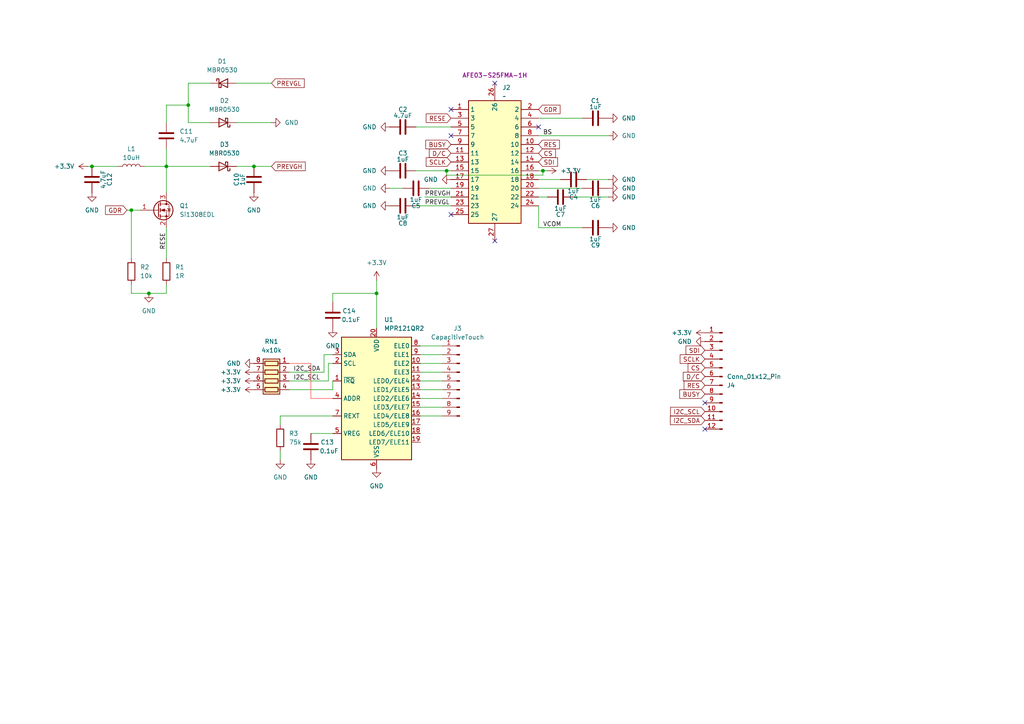
<source format=kicad_sch>
(kicad_sch (version 20231120) (generator "eeschema") (generator_version "8.0")
  (paper "A4")
  (lib_symbols
    (symbol "AFE03-S25FMA-1H:AFE03-S25FMA-1H"
      (property "Reference" "J2" (at 9.8141 3.81 0))
      (property "Value" "~" (at 9.8141 1.27 0))
      (property "Footprint" "AFE03-S25FMA-1H" (at 7.62 7.366 0))
      (symbol "AFE03-S25FMA-1H_1_1"
        (rectangle (start 15.24 0) (end 0 -35.56) (stroke (width 0.254)) (fill (type background)))
        (pin passive line (at -5.08 -2.54 0) (length 5.08) (name "1") (number "1"))
        (pin passive line (at 20.32 -12.7 180) (length 5.08) (name "10") (number "10"))
        (pin passive line (at -5.08 -15.24 0) (length 5.08) (name "11") (number "11"))
        (pin passive line (at 20.32 -15.24 180) (length 5.08) (name "12") (number "12"))
        (pin passive line (at -5.08 -17.78 0) (length 5.08) (name "13") (number "13"))
        (pin passive line (at 20.32 -17.78 180) (length 5.08) (name "14") (number "14"))
        (pin passive line (at -5.08 -20.32 0) (length 5.08) (name "15") (number "15"))
        (pin passive line (at 20.32 -20.32 180) (length 5.08) (name "16") (number "16"))
        (pin passive line (at -5.08 -22.86 0) (length 5.08) (name "17") (number "17"))
        (pin passive line (at 20.32 -22.86 180) (length 5.08) (name "18") (number "18"))
        (pin passive line (at -5.08 -25.4 0) (length 5.08) (name "19") (number "19"))
        (pin passive line (at 20.32 -2.54 180) (length 5.08) (name "2") (number "2"))
        (pin passive line (at 20.32 -25.4 180) (length 5.08) (name "20") (number "20"))
        (pin passive line (at -5.08 -27.94 0) (length 5.08) (name "21") (number "21"))
        (pin passive line (at 20.32 -27.94 180) (length 5.08) (name "22") (number "22"))
        (pin passive line (at -5.08 -30.48 0) (length 5.08) (name "23") (number "23"))
        (pin passive line (at 20.32 -30.48 180) (length 5.08) (name "24") (number "24"))
        (pin passive line (at -5.08 -33.02 0) (length 5.08) (name "25") (number "25"))
        (pin passive line (at 7.62 5.08 270) (length 5.08) (name "26") (number "26"))
        (pin passive line (at 7.62 -40.64 90) (length 5.08) (name "27") (number "27"))
        (pin passive line (at -5.08 -5.08 0) (length 5.08) (name "3") (number "3"))
        (pin passive line (at 20.32 -5.08 180) (length 5.08) (name "4") (number "4"))
        (pin passive line (at -5.08 -7.62 0) (length 5.08) (name "5") (number "5"))
        (pin passive line (at 20.32 -7.62 180) (length 5.08) (name "6") (number "6"))
        (pin passive line (at -5.08 -10.16 0) (length 5.08) (name "7") (number "7"))
        (pin passive line (at 20.32 -10.16 180) (length 5.08) (name "8") (number "8"))
        (pin passive line (at -5.08 -12.7 0) (length 5.08) (name "9") (number "9"))
      )
    )
    (symbol "Connector:Conn_01x09_Pin" (pin_names (offset 1.016) hide)
      (property "Reference" "J" (at 0 12.7 0))
      (property "Value" "Conn_01x09_Pin" (at 0 -12.7 0))
      (symbol "Conn_01x09_Pin_1_1"
        (polyline (pts (xy 1.27 -10.16) (xy 0.8636 -10.16)) (stroke (width 0.1524)))
        (polyline (pts (xy 1.27 -7.62) (xy 0.8636 -7.62)) (stroke (width 0.1524)))
        (polyline (pts (xy 1.27 -5.08) (xy 0.8636 -5.08)) (stroke (width 0.1524)))
        (polyline (pts (xy 1.27 -2.54) (xy 0.8636 -2.54)) (stroke (width 0.1524)))
        (polyline (pts (xy 1.27 0) (xy 0.8636 0)) (stroke (width 0.1524)))
        (polyline (pts (xy 1.27 2.54) (xy 0.8636 2.54)) (stroke (width 0.1524)))
        (polyline (pts (xy 1.27 5.08) (xy 0.8636 5.08)) (stroke (width 0.1524)))
        (polyline (pts (xy 1.27 7.62) (xy 0.8636 7.62)) (stroke (width 0.1524)))
        (polyline (pts (xy 1.27 10.16) (xy 0.8636 10.16)) (stroke (width 0.1524)))
        (rectangle (start 0.8636 -10.033) (end 0 -10.287) (stroke (width 0.1524)) (fill (type outline)))
        (rectangle (start 0.8636 -7.493) (end 0 -7.747) (stroke (width 0.1524)) (fill (type outline)))
        (rectangle (start 0.8636 -4.953) (end 0 -5.207) (stroke (width 0.1524)) (fill (type outline)))
        (rectangle (start 0.8636 -2.413) (end 0 -2.667) (stroke (width 0.1524)) (fill (type outline)))
        (rectangle (start 0.8636 0.127) (end 0 -0.127) (stroke (width 0.1524)) (fill (type outline)))
        (rectangle (start 0.8636 2.667) (end 0 2.413) (stroke (width 0.1524)) (fill (type outline)))
        (rectangle (start 0.8636 5.207) (end 0 4.953) (stroke (width 0.1524)) (fill (type outline)))
        (rectangle (start 0.8636 7.747) (end 0 7.493) (stroke (width 0.1524)) (fill (type outline)))
        (rectangle (start 0.8636 10.287) (end 0 10.033) (stroke (width 0.1524)) (fill (type outline)))
        (pin passive line (at 5.08 10.16 180) (length 3.81) (name "Pin_1") (number "1"))
        (pin passive line (at 5.08 7.62 180) (length 3.81) (name "Pin_2") (number "2"))
        (pin passive line (at 5.08 5.08 180) (length 3.81) (name "Pin_3") (number "3"))
        (pin passive line (at 5.08 2.54 180) (length 3.81) (name "Pin_4") (number "4"))
        (pin passive line (at 5.08 0 180) (length 3.81) (name "Pin_5") (number "5"))
        (pin passive line (at 5.08 -2.54 180) (length 3.81) (name "Pin_6") (number "6"))
        (pin passive line (at 5.08 -5.08 180) (length 3.81) (name "Pin_7") (number "7"))
        (pin passive line (at 5.08 -7.62 180) (length 3.81) (name "Pin_8") (number "8"))
        (pin passive line (at 5.08 -10.16 180) (length 3.81) (name "Pin_9") (number "9"))
      )
    )
    (symbol "Connector:Conn_01x12_Pin" (pin_names (offset 1.016) hide)
      (property "Reference" "J" (at 0 15.24 0))
      (property "Value" "Conn_01x12_Pin" (at 0 -17.78 0))
      (symbol "Conn_01x12_Pin_1_1"
        (polyline (pts (xy 1.27 -15.24) (xy 0.8636 -15.24)) (stroke (width 0.1524)))
        (polyline (pts (xy 1.27 -12.7) (xy 0.8636 -12.7)) (stroke (width 0.1524)))
        (polyline (pts (xy 1.27 -10.16) (xy 0.8636 -10.16)) (stroke (width 0.1524)))
        (polyline (pts (xy 1.27 -7.62) (xy 0.8636 -7.62)) (stroke (width 0.1524)))
        (polyline (pts (xy 1.27 -5.08) (xy 0.8636 -5.08)) (stroke (width 0.1524)))
        (polyline (pts (xy 1.27 -2.54) (xy 0.8636 -2.54)) (stroke (width 0.1524)))
        (polyline (pts (xy 1.27 0) (xy 0.8636 0)) (stroke (width 0.1524)))
        (polyline (pts (xy 1.27 2.54) (xy 0.8636 2.54)) (stroke (width 0.1524)))
        (polyline (pts (xy 1.27 5.08) (xy 0.8636 5.08)) (stroke (width 0.1524)))
        (polyline (pts (xy 1.27 7.62) (xy 0.8636 7.62)) (stroke (width 0.1524)))
        (polyline (pts (xy 1.27 10.16) (xy 0.8636 10.16)) (stroke (width 0.1524)))
        (polyline (pts (xy 1.27 12.7) (xy 0.8636 12.7)) (stroke (width 0.1524)))
        (rectangle (start 0.8636 -15.113) (end 0 -15.367) (stroke (width 0.1524)) (fill (type outline)))
        (rectangle (start 0.8636 -12.573) (end 0 -12.827) (stroke (width 0.1524)) (fill (type outline)))
        (rectangle (start 0.8636 -10.033) (end 0 -10.287) (stroke (width 0.1524)) (fill (type outline)))
        (rectangle (start 0.8636 -7.493) (end 0 -7.747) (stroke (width 0.1524)) (fill (type outline)))
        (rectangle (start 0.8636 -4.953) (end 0 -5.207) (stroke (width 0.1524)) (fill (type outline)))
        (rectangle (start 0.8636 -2.413) (end 0 -2.667) (stroke (width 0.1524)) (fill (type outline)))
        (rectangle (start 0.8636 0.127) (end 0 -0.127) (stroke (width 0.1524)) (fill (type outline)))
        (rectangle (start 0.8636 2.667) (end 0 2.413) (stroke (width 0.1524)) (fill (type outline)))
        (rectangle (start 0.8636 5.207) (end 0 4.953) (stroke (width 0.1524)) (fill (type outline)))
        (rectangle (start 0.8636 7.747) (end 0 7.493) (stroke (width 0.1524)) (fill (type outline)))
        (rectangle (start 0.8636 10.287) (end 0 10.033) (stroke (width 0.1524)) (fill (type outline)))
        (rectangle (start 0.8636 12.827) (end 0 12.573) (stroke (width 0.1524)) (fill (type outline)))
        (pin passive line (at 5.08 12.7 180) (length 3.81) (name "Pin_1") (number "1"))
        (pin passive line (at 5.08 -10.16 180) (length 3.81) (name "Pin_10") (number "10"))
        (pin passive line (at 5.08 -12.7 180) (length 3.81) (name "Pin_11") (number "11"))
        (pin passive line (at 5.08 -15.24 180) (length 3.81) (name "Pin_12") (number "12"))
        (pin passive line (at 5.08 10.16 180) (length 3.81) (name "Pin_2") (number "2"))
        (pin passive line (at 5.08 7.62 180) (length 3.81) (name "Pin_3") (number "3"))
        (pin passive line (at 5.08 5.08 180) (length 3.81) (name "Pin_4") (number "4"))
        (pin passive line (at 5.08 2.54 180) (length 3.81) (name "Pin_5") (number "5"))
        (pin passive line (at 5.08 0 180) (length 3.81) (name "Pin_6") (number "6"))
        (pin passive line (at 5.08 -2.54 180) (length 3.81) (name "Pin_7") (number "7"))
        (pin passive line (at 5.08 -5.08 180) (length 3.81) (name "Pin_8") (number "8"))
        (pin passive line (at 5.08 -7.62 180) (length 3.81) (name "Pin_9") (number "9"))
      )
    )
    (symbol "Device:C" (pin_numbers hide) (pin_names (offset 0.254))
      (property "Reference" "C" (at 0.635 2.54 0))
      (property "Value" "C" (at 0.635 -2.54 0))
      (symbol "C_0_1"
        (polyline (pts (xy -2.032 -0.762) (xy 2.032 -0.762)) (stroke (width 0.508)))
        (polyline (pts (xy -2.032 0.762) (xy 2.032 0.762)) (stroke (width 0.508)))
      )
      (symbol "C_1_1"
        (pin passive line (at 0 3.81 270) (length 2.794) (name "~") (number "1"))
        (pin passive line (at 0 -3.81 90) (length 2.794) (name "~") (number "2"))
      )
    )
    (symbol "Device:L" (pin_numbers hide) (pin_names (offset 1.016) hide)
      (property "Reference" "L" (at -1.27 0 90))
      (property "Value" "L" (at 1.905 0 90))
      (symbol "L_0_1"
        (arc (start 0 -2.54) (mid 0.6323 -1.905) (end 0 -1.27))
        (arc (start 0 -1.27) (mid 0.6323 -0.635) (end 0 0))
        (arc (start 0 0) (mid 0.6323 0.635) (end 0 1.27))
        (arc (start 0 1.27) (mid 0.6323 1.905) (end 0 2.54))
      )
      (symbol "L_1_1"
        (pin passive line (at 0 3.81 270) (length 1.27) (name "1") (number "1"))
        (pin passive line (at 0 -3.81 90) (length 1.27) (name "2") (number "2"))
      )
    )
    (symbol "Device:R" (pin_numbers hide) (pin_names (offset 0))
      (property "Reference" "R" (at 2.032 0 90))
      (property "Value" "R" (at 0 0 90))
      (symbol "R_0_1"
        (rectangle (start -1.016 -2.54) (end 1.016 2.54) (stroke (width 0.254)))
      )
      (symbol "R_1_1"
        (pin passive line (at 0 3.81 270) (length 1.27) (name "~") (number "1"))
        (pin passive line (at 0 -3.81 90) (length 1.27) (name "~") (number "2"))
      )
    )
    (symbol "Device:R_Pack04" (pin_names (offset 0) hide)
      (property "Reference" "RN" (at -7.62 0 90))
      (property "Value" "R_Pack04" (at 5.08 0 90))
      (symbol "R_Pack04_0_1"
        (rectangle (start -6.35 -2.413) (end 3.81 2.413) (stroke (width 0.254)) (fill (type background)))
        (rectangle (start -5.715 1.905) (end -4.445 -1.905) (stroke (width 0.254)))
        (rectangle (start -3.175 1.905) (end -1.905 -1.905) (stroke (width 0.254)))
        (rectangle (start -0.635 1.905) (end 0.635 -1.905) (stroke (width 0.254)))
        (polyline (pts (xy -5.08 -2.54) (xy -5.08 -1.905)))
        (polyline (pts (xy -5.08 1.905) (xy -5.08 2.54)))
        (polyline (pts (xy -2.54 -2.54) (xy -2.54 -1.905)))
        (polyline (pts (xy -2.54 1.905) (xy -2.54 2.54)))
        (polyline (pts (xy 0 -2.54) (xy 0 -1.905)))
        (polyline (pts (xy 0 1.905) (xy 0 2.54)))
        (polyline (pts (xy 2.54 -2.54) (xy 2.54 -1.905)))
        (polyline (pts (xy 2.54 1.905) (xy 2.54 2.54)))
        (rectangle (start 1.905 1.905) (end 3.175 -1.905) (stroke (width 0.254)))
      )
      (symbol "R_Pack04_1_1"
        (pin passive line (at -5.08 -5.08 90) (length 2.54) (name "R1.1") (number "1"))
        (pin passive line (at -2.54 -5.08 90) (length 2.54) (name "R2.1") (number "2"))
        (pin passive line (at 0 -5.08 90) (length 2.54) (name "R3.1") (number "3"))
        (pin passive line (at 2.54 -5.08 90) (length 2.54) (name "R4.1") (number "4"))
        (pin passive line (at 2.54 5.08 270) (length 2.54) (name "R4.2") (number "5"))
        (pin passive line (at 0 5.08 270) (length 2.54) (name "R3.2") (number "6"))
        (pin passive line (at -2.54 5.08 270) (length 2.54) (name "R2.2") (number "7"))
        (pin passive line (at -5.08 5.08 270) (length 2.54) (name "R1.2") (number "8"))
      )
    )
    (symbol "Diode:MBR0530" (pin_numbers hide) (pin_names (offset 1.016) hide)
      (property "Reference" "D" (at 0 2.54 0))
      (property "Value" "MBR0530" (at 0 -2.54 0))
      (symbol "MBR0530_0_1"
        (polyline (pts (xy 1.27 0) (xy -1.27 0)))
        (polyline (pts (xy 1.27 1.27) (xy 1.27 -1.27) (xy -1.27 0) (xy 1.27 1.27)) (stroke (width 0.254)))
        (polyline (pts (xy -1.905 0.635) (xy -1.905 1.27) (xy -1.27 1.27) (xy -1.27 -1.27) (xy -0.635 -1.27) (xy -0.635 -0.635)) (stroke (width 0.254)))
      )
      (symbol "MBR0530_1_1"
        (pin passive line (at -3.81 0 0) (length 2.54) (name "K") (number "1"))
        (pin passive line (at 3.81 0 180) (length 2.54) (name "A") (number "2"))
      )
    )
    (symbol "Sensor_Touch:MPR121QR2"
      (property "Reference" "U" (at -10.16 19.05 0))
      (property "Value" "MPR121QR2" (at 6.35 19.05 0))
      (symbol "MPR121QR2_0_1"
        (rectangle (start -10.16 17.78) (end 10.16 -17.78) (stroke (width 0.254)) (fill (type background)))
      )
      (symbol "MPR121QR2_1_1"
        (pin open_collector line (at -12.7 5.08 0) (length 2.54) (name "~{IRQ}") (number "1"))
        (pin passive line (at 12.7 10.16 180) (length 2.54) (name "ELE2") (number "10"))
        (pin passive line (at 12.7 7.62 180) (length 2.54) (name "ELE3") (number "11"))
        (pin passive line (at 12.7 5.08 180) (length 2.54) (name "LED0/ELE4") (number "12"))
        (pin passive line (at 12.7 2.54 180) (length 2.54) (name "LED1/ELE5") (number "13"))
        (pin passive line (at 12.7 0 180) (length 2.54) (name "LED2/ELE6") (number "14"))
        (pin passive line (at 12.7 -2.54 180) (length 2.54) (name "LED3/ELE7") (number "15"))
        (pin passive line (at 12.7 -5.08 180) (length 2.54) (name "LED4/ELE8") (number "16"))
        (pin passive line (at 12.7 -7.62 180) (length 2.54) (name "LED5/ELE9") (number "17"))
        (pin passive line (at 12.7 -10.16 180) (length 2.54) (name "LED6/ELE10") (number "18"))
        (pin passive line (at 12.7 -12.7 180) (length 2.54) (name "LED7/ELE11") (number "19"))
        (pin input line (at -12.7 10.16 0) (length 2.54) (name "SCL") (number "2"))
        (pin power_in line (at 0 20.32 270) (length 2.54) (name "VDD") (number "20"))
        (pin bidirectional line (at -12.7 12.7 0) (length 2.54) (name "SDA") (number "3"))
        (pin input line (at -12.7 0 0) (length 2.54) (name "ADDR") (number "4"))
        (pin passive line (at -12.7 -10.16 0) (length 2.54) (name "VREG") (number "5"))
        (pin power_in line (at 0 -20.32 90) (length 2.54) (name "VSS") (number "6"))
        (pin passive line (at -12.7 -5.08 0) (length 2.54) (name "REXT") (number "7"))
        (pin passive line (at 12.7 15.24 180) (length 2.54) (name "ELE0") (number "8"))
        (pin passive line (at 12.7 12.7 180) (length 2.54) (name "ELE1") (number "9"))
      )
    )
    (symbol "Transistor_FET:Si1308EDL" (pin_names hide)
      (property "Reference" "Q" (at 5.08 1.905 0))
      (property "Value" "Si1308EDL" (at 5.08 0 0))
      (symbol "Si1308EDL_0_1"
        (polyline (pts (xy 0.254 0) (xy -2.54 0)))
        (polyline (pts (xy 0.254 1.905) (xy 0.254 -1.905)) (stroke (width 0.254)))
        (polyline (pts (xy 0.762 -1.27) (xy 0.762 -2.286)) (stroke (width 0.254)))
        (polyline (pts (xy 0.762 0.508) (xy 0.762 -0.508)) (stroke (width 0.254)))
        (polyline (pts (xy 0.762 2.286) (xy 0.762 1.27)) (stroke (width 0.254)))
        (polyline (pts (xy 2.54 2.54) (xy 2.54 1.778)))
        (polyline (pts (xy 2.54 -2.54) (xy 2.54 0) (xy 0.762 0)))
        (polyline (pts (xy 0.762 -1.778) (xy 3.302 -1.778) (xy 3.302 1.778) (xy 0.762 1.778)))
        (polyline (pts (xy 1.016 0) (xy 2.032 0.381) (xy 2.032 -0.381) (xy 1.016 0)) (fill (type outline)))
        (polyline (pts (xy 2.794 0.508) (xy 2.921 0.381) (xy 3.683 0.381) (xy 3.81 0.254)))
        (polyline (pts (xy 3.302 0.381) (xy 2.921 -0.254) (xy 3.683 -0.254) (xy 3.302 0.381)))
        (circle (center 1.651 0) (radius 2.794) (stroke (width 0.254)))
        (circle (center 2.54 -1.778) (radius 0.254) (fill (type outline)))
        (circle (center 2.54 1.778) (radius 0.254) (fill (type outline)))
      )
      (symbol "Si1308EDL_1_1"
        (pin input line (at -5.08 0 0) (length 2.54) (name "G") (number "1"))
        (pin passive line (at 2.54 -5.08 90) (length 2.54) (name "S") (number "2"))
        (pin passive line (at 2.54 5.08 270) (length 2.54) (name "D") (number "3"))
      )
    )
    (symbol "power:+3.3V" (power) (pin_numbers hide) (pin_names (offset 0) hide)
      (property "Value" "+3.3V" (at 0 3.556 0))
      (symbol "+3.3V_0_1"
        (polyline (pts (xy -0.762 1.27) (xy 0 2.54)))
        (polyline (pts (xy 0 0) (xy 0 2.54)))
        (polyline (pts (xy 0 2.54) (xy 0.762 1.27)))
      )
      (symbol "+3.3V_1_1"
        (pin power_in line (at 0 0 90) (length 0) (name "~") (number "1"))
      )
    )
    (symbol "power:GND" (power) (pin_numbers hide) (pin_names (offset 0) hide)
      (property "Value" "GND" (at 0 -3.81 0))
      (symbol "GND_0_1"
        (polyline (pts (xy 0 0) (xy 0 -1.27) (xy 1.27 -1.27) (xy 0 -2.54) (xy -1.27 -1.27) (xy 0 -1.27)))
      )
      (symbol "GND_1_1"
        (pin power_in line (at 0 0 270) (length 0) (name "~") (number "1"))
      )
    )
  )
  (junction (at 129.54 49.53))
  (junction (at 43.18 85.09))
  (junction (at 109.22 85.09))
  (junction (at 54.61 30.48))
  (junction (at 73.66 48.26))
  (junction (at 157.48 49.53))
  (junction (at 26.67 48.26))
  (junction (at 48.26 48.26))
  (junction (at 38.1 60.96))
  (no_connect (at 130.81 62.23))
  (no_connect (at 143.51 69.85))
  (no_connect (at 204.47 124.46))
  (no_connect (at 130.81 31.75))
  (no_connect (at 143.51 24.13))
  (no_connect (at 204.47 116.84))
  (no_connect (at 130.81 39.37))
  (no_connect (at 156.21 36.83))
  (wire (pts (xy 113.03 54.61) (xy 116.84 54.61)))
  (wire (pts (xy 54.61 35.56) (xy 60.96 35.56)))
  (wire (pts (xy 176.53 57.15) (xy 166.37 57.15)))
  (wire (pts (xy 38.1 60.96) (xy 40.64 60.96)))
  (wire (pts (xy 26.67 48.26) (xy 34.29 48.26)))
  (wire (pts (xy 48.26 85.09) (xy 48.26 82.55)))
  (wire (pts (xy 121.92 102.87) (xy 128.27 102.87)))
  (wire (pts (xy 48.26 66.04) (xy 48.26 74.93)))
  (wire (pts (xy 158.75 49.53) (xy 157.48 49.53)))
  (wire (pts (xy 121.92 115.57) (xy 128.27 115.57)))
  (wire (pts (xy 121.92 113.03) (xy 128.27 113.03)))
  (wire (pts (xy 96.52 102.87) (xy 93.98 102.87)))
  (wire (pts (xy 157.48 49.53) (xy 156.21 49.53)))
  (wire (pts (xy 109.22 81.28) (xy 109.22 85.09)))
  (wire (pts (xy 156.21 59.69) (xy 156.21 66.04)))
  (wire (pts (xy 121.92 118.11) (xy 128.27 118.11)))
  (wire (pts (xy 129.54 49.53) (xy 129.54 50.8)))
  (wire (pts (xy 38.1 85.09) (xy 43.18 85.09)))
  (wire (pts (xy 54.61 30.48) (xy 54.61 35.56)))
  (wire (pts (xy 156.21 57.15) (xy 158.75 57.15)))
  (wire (pts (xy 96.52 113.03) (xy 96.52 110.49)))
  (wire (pts (xy 121.92 100.33) (xy 128.27 100.33)))
  (wire (pts (xy 83.82 110.49) (xy 95.25 110.49)))
  (wire (pts (xy 96.52 85.09) (xy 109.22 85.09)))
  (wire (pts (xy 48.26 55.88) (xy 48.26 48.26)))
  (wire (pts (xy 78.74 24.13) (xy 68.58 24.13)))
  (wire (pts (xy 156.21 34.29) (xy 168.91 34.29)))
  (wire (pts (xy 90.17 105.41) (xy 83.82 105.41)) (stroke (width 0) (color 255 63 56 1)))
  (wire (pts (xy 68.58 48.26) (xy 73.66 48.26)))
  (wire (pts (xy 129.54 49.53) (xy 130.81 49.53)))
  (wire (pts (xy 156.21 66.04) (xy 168.91 66.04)))
  (wire (pts (xy 95.25 105.41) (xy 95.25 110.49)))
  (wire (pts (xy 121.92 107.95) (xy 128.27 107.95)))
  (wire (pts (xy 129.54 50.8) (xy 157.48 50.8)))
  (wire (pts (xy 43.18 85.09) (xy 48.26 85.09)))
  (wire (pts (xy 156.21 54.61) (xy 168.91 54.61)))
  (wire (pts (xy 93.98 102.87) (xy 93.98 107.95)))
  (wire (pts (xy 36.83 60.96) (xy 38.1 60.96)))
  (wire (pts (xy 41.91 48.26) (xy 48.26 48.26)))
  (wire (pts (xy 157.48 50.8) (xy 157.48 49.53)))
  (wire (pts (xy 96.52 125.73) (xy 90.17 125.73)))
  (wire (pts (xy 90.17 115.57) (xy 90.17 105.41)) (stroke (width 0) (color 255 63 56 1)))
  (wire (pts (xy 60.96 24.13) (xy 54.61 24.13)))
  (wire (pts (xy 123.19 57.15) (xy 130.81 57.15)))
  (wire (pts (xy 81.28 133.35) (xy 81.28 130.81)))
  (wire (pts (xy 81.28 123.19) (xy 81.28 120.65)))
  (wire (pts (xy 176.53 52.07) (xy 170.18 52.07)))
  (wire (pts (xy 38.1 82.55) (xy 38.1 85.09)))
  (wire (pts (xy 96.52 105.41) (xy 95.25 105.41)))
  (wire (pts (xy 96.52 115.57) (xy 90.17 115.57)) (stroke (width 0) (color 255 63 56 1)))
  (wire (pts (xy 109.22 85.09) (xy 109.22 95.25)))
  (wire (pts (xy 120.65 59.69) (xy 130.81 59.69)))
  (wire (pts (xy 48.26 48.26) (xy 60.96 48.26)))
  (wire (pts (xy 83.82 113.03) (xy 96.52 113.03)))
  (wire (pts (xy 48.26 35.56) (xy 48.26 30.48)))
  (wire (pts (xy 78.74 35.56) (xy 68.58 35.56)))
  (wire (pts (xy 121.92 120.65) (xy 128.27 120.65)))
  (wire (pts (xy 25.4 48.26) (xy 26.67 48.26)))
  (wire (pts (xy 120.65 36.83) (xy 130.81 36.83)))
  (wire (pts (xy 38.1 60.96) (xy 38.1 74.93)))
  (wire (pts (xy 121.92 110.49) (xy 128.27 110.49)))
  (wire (pts (xy 120.65 49.53) (xy 129.54 49.53)))
  (wire (pts (xy 54.61 24.13) (xy 54.61 30.48)))
  (wire (pts (xy 124.46 54.61) (xy 130.81 54.61)))
  (wire (pts (xy 176.53 39.37) (xy 156.21 39.37)))
  (wire (pts (xy 83.82 107.95) (xy 93.98 107.95)))
  (wire (pts (xy 96.52 87.63) (xy 96.52 85.09)))
  (wire (pts (xy 81.28 120.65) (xy 96.52 120.65)))
  (wire (pts (xy 48.26 30.48) (xy 54.61 30.48)))
  (wire (pts (xy 48.26 43.18) (xy 48.26 48.26)))
  (wire (pts (xy 73.66 48.26) (xy 78.74 48.26)))
  (wire (pts (xy 156.21 52.07) (xy 162.56 52.07)))
  (wire (pts (xy 121.92 105.41) (xy 128.27 105.41)))
  (label "I2C_SCL" (at 85.09 110.49 0))
  (label "PREVGL" (at 123.19 59.69 0))
  (label "PREVGH" (at 123.19 57.15 0))
  (label "RESE" (at 48.26 72.39 90))
  (label "BS" (at 157.48 39.37 0))
  (label "VCOM" (at 157.48 66.04 0))
  (label "I2C_SDA" (at 85.09 107.95 0))
  (global_label "D{slash}C" (shape input) (at 130.81 44.45 180) (property "Intersheetrefs" "${INTERSHEET_REFS}" (effects (hide yes))))
  (global_label "GDR" (shape input) (at 156.21 31.75 0) (property "Intersheetrefs" "${INTERSHEET_REFS}" (effects (hide yes))))
  (global_label "D{slash}C" (shape input) (at 204.47 109.22 180) (property "Intersheetrefs" "${INTERSHEET_REFS}" (effects (hide yes))))
  (global_label "SCLK" (shape input) (at 130.81 46.99 180) (property "Intersheetrefs" "${INTERSHEET_REFS}" (effects (hide yes))))
  (global_label "GDR" (shape input) (at 36.83 60.96 180) (property "Intersheetrefs" "${INTERSHEET_REFS}" (effects (hide yes))))
  (global_label "I2C_SDA" (shape input) (at 204.47 121.92 180) (property "Intersheetrefs" "${INTERSHEET_REFS}" (effects (hide yes))))
  (global_label "SDI" (shape input) (at 204.47 101.6 180) (property "Intersheetrefs" "${INTERSHEET_REFS}" (effects (hide yes))))
  (global_label "PREVGH" (shape input) (at 78.74 48.26 0) (property "Intersheetrefs" "${INTERSHEET_REFS}" (effects (hide yes))))
  (global_label "CS" (shape input) (at 204.47 106.68 180) (property "Intersheetrefs" "${INTERSHEET_REFS}" (effects (hide yes))))
  (global_label "SDI" (shape input) (at 156.21 46.99 0) (property "Intersheetrefs" "${INTERSHEET_REFS}" (effects (hide yes))))
  (global_label "BUSY" (shape input) (at 204.47 114.3 180) (property "Intersheetrefs" "${INTERSHEET_REFS}" (effects (hide yes))))
  (global_label "RES" (shape input) (at 156.21 41.91 0) (property "Intersheetrefs" "${INTERSHEET_REFS}" (effects (hide yes))))
  (global_label "RES" (shape input) (at 204.47 111.76 180) (property "Intersheetrefs" "${INTERSHEET_REFS}" (effects (hide yes))))
  (global_label "SCLK" (shape input) (at 204.47 104.14 180) (property "Intersheetrefs" "${INTERSHEET_REFS}" (effects (hide yes))))
  (global_label "I2C_SCL" (shape input) (at 204.47 119.38 180) (property "Intersheetrefs" "${INTERSHEET_REFS}" (effects (hide yes))))
  (global_label "CS" (shape input) (at 156.21 44.45 0) (property "Intersheetrefs" "${INTERSHEET_REFS}" (effects (hide yes))))
  (global_label "PREVGL" (shape input) (at 78.74 24.13 0) (property "Intersheetrefs" "${INTERSHEET_REFS}" (effects (hide yes))))
  (global_label "RESE" (shape input) (at 130.81 34.29 180) (property "Intersheetrefs" "${INTERSHEET_REFS}" (effects (hide yes))))
  (global_label "BUSY" (shape input) (at 130.81 41.91 180) (property "Intersheetrefs" "${INTERSHEET_REFS}" (effects (hide yes))))
  (symbol (lib_id "power:+3.3V") (at 73.66 107.95 90) (unit 1)
    (property "Reference" "#PWR019" (effects (hide yes)))
    (property "Value" "+3.3V" (at 69.85 107.9499 90) (effects (justify left)))
    (property "Description" "Power symbol creates a global label with name \"+3.3V\"" (effects (hide yes)))
  )
  (symbol (lib_id "power:GND") (at 176.53 39.37 90) (unit 1)
    (property "Reference" "#PWR03" (effects (hide yes)))
    (property "Value" "GND" (at 180.34 39.3699 90) (effects (justify right)))
    (property "Description" "Power symbol creates a global label with name \"GND\" , ground" (effects (hide yes)))
  )
  (symbol (lib_id "Sensor_Touch:MPR121QR2") (at 109.22 115.57 0) (unit 1)
    (property "Reference" "U1" (at 111.4141 92.71 0) (effects (justify left)))
    (property "Value" "MPR121QR2" (at 111.4141 95.25 0) (effects (justify left)))
    (property "Footprint" "Package_DFN_QFN:UQFN-20_3x3mm_P0.4mm" (effects (hide yes)))
    (property "Datasheet" "https://resurgentsemi.com/wp-content/uploads/2018/09/MPR121_rev5-Resurgent.pdf?d453f8&d453f8" (effects (hide yes)))
    (property "Description" "12ch Touch Sensor controller, UQFN-20" (effects (hide yes)))
    (property "MPN" "MPR121QR2" (effects (hide yes)))
  )
  (symbol (lib_id "Connector:Conn_01x09_Pin") (at 133.35 110.49 0) (mirror y) (unit 1)
    (property "Reference" "J3" (at 132.715 95.25 0))
    (property "Value" "CapacitiveTouch" (at 132.715 97.79 0))
    (property "Footprint" "TouchSlider:TouchSlider-9_50x10mm" (effects (hide yes)))
    (property "Description" "Generic connector, single row, 01x09, script generated" (effects (hide yes)))
  )
  (symbol (lib_id "power:+3.3V") (at 158.75 49.53 270) (unit 1)
    (property "Reference" "#PWR017" (effects (hide yes)))
    (property "Value" "+3.3V" (at 162.56 49.5299 90) (effects (justify left)))
    (property "Description" "Power symbol creates a global label with name \"+3.3V\"" (effects (hide yes)))
  )
  (symbol (lib_id "Device:C") (at 166.37 52.07 270) (unit 1)
    (property "Reference" "C4" (at 166.37 57.15 90))
    (property "Value" "1uF" (at 166.37 55.372 90))
    (property "Footprint" "Capacitor_SMD:C_0402_1005Metric" (effects (hide yes)))
    (property "Description" "Unpolarized capacitor" (effects (hide yes)))
    (property "MPN" "CL05A105KA5NQNC" (effects (hide yes)))
  )
  (symbol (lib_id "power:GND") (at 176.53 57.15 90) (unit 1)
    (property "Reference" "#PWR09" (effects (hide yes)))
    (property "Value" "GND" (at 180.34 57.1501 90) (effects (justify right)))
    (property "Description" "Power symbol creates a global label with name \"GND\" , ground" (effects (hide yes)))
  )
  (symbol (lib_id "AFE03-S25FMA-1H:AFE03-S25FMA-1H") (at 135.89 29.21 0) (unit 1)
    (property "Reference" "J2" (at 145.7041 25.4 0) (effects (justify left)))
    (property "Value" "~" (at 145.7041 27.94 0) (effects (justify left)))
    (property "Footprint" "AFE03-S25FMA-1H" (at 143.51 21.844 0))
    (property "MPN" "AFE03-S25FMA-1H" (effects (hide yes)))
  )
  (symbol (lib_id "Device:C") (at 172.72 66.04 270) (unit 1)
    (property "Reference" "C9" (at 172.72 71.12 90))
    (property "Value" "1uF" (at 172.72 69.342 90))
    (property "Footprint" "Capacitor_SMD:C_0402_1005Metric" (effects (hide yes)))
    (property "Description" "Unpolarized capacitor" (effects (hide yes)))
    (property "MPN" "CL05A105KA5NQNC" (effects (hide yes)))
  )
  (symbol (lib_id "Device:C") (at 48.26 39.37 0) (unit 1)
    (property "Reference" "C11" (at 52.07 38.0999 0) (effects (justify left)))
    (property "Value" "4.7uF" (at 52.07 40.6399 0) (effects (justify left)))
    (property "Footprint" "Capacitor_SMD:C_0805_2012Metric" (effects (hide yes)))
    (property "Description" "Unpolarized capacitor" (effects (hide yes)))
    (property "MPN" "CL21A475KAQNNNE" (effects (hide yes)))
  )
  (symbol (lib_id "power:GND") (at 176.53 66.04 90) (unit 1)
    (property "Reference" "#PWR011" (effects (hide yes)))
    (property "Value" "GND" (at 180.34 66.0401 90) (effects (justify right)))
    (property "Description" "Power symbol creates a global label with name \"GND\" , ground" (effects (hide yes)))
  )
  (symbol (lib_id "power:GND") (at 113.03 49.53 270) (unit 1)
    (property "Reference" "#PWR04" (effects (hide yes)))
    (property "Value" "GND" (at 109.22 49.5299 90) (effects (justify right)))
    (property "Description" "Power symbol creates a global label with name \"GND\" , ground" (effects (hide yes)))
  )
  (symbol (lib_id "Device:C") (at 73.66 52.07 180) (unit 1)
    (property "Reference" "C10" (at 68.58 52.07 90))
    (property "Value" "1uF" (at 70.358 52.07 90))
    (property "Footprint" "Capacitor_SMD:C_0402_1005Metric" (effects (hide yes)))
    (property "Description" "Unpolarized capacitor" (effects (hide yes)))
    (property "MPN" "CL05A105KA5NQNC" (effects (hide yes)))
  )
  (symbol (lib_id "power:GND") (at 96.52 95.25 0) (unit 1)
    (property "Reference" "#PWR025" (effects (hide yes)))
    (property "Value" "GND" (at 96.52 100.33 0))
    (property "Description" "Power symbol creates a global label with name \"GND\" , ground" (effects (hide yes)))
  )
  (symbol (lib_id "power:+3.3V") (at 204.47 96.52 90) (unit 1)
    (property "Reference" "#PWR030" (effects (hide yes)))
    (property "Value" "+3.3V" (at 200.66 96.5199 90) (effects (justify left)))
    (property "Description" "Power symbol creates a global label with name \"+3.3V\"" (effects (hide yes)))
  )
  (symbol (lib_id "Device:C") (at 96.52 91.44 0) (unit 1)
    (property "Reference" "C14" (at 99.314 90.17 0) (effects (justify left)))
    (property "Value" "0.1uF" (at 99.06 92.71 0) (effects (justify left)))
    (property "Footprint" "Capacitor_SMD:C_0402_1005Metric" (effects (hide yes)))
    (property "Description" "Unpolarized capacitor" (effects (hide yes)))
    (property "MPN" "CL05B104KO5NNNC" (effects (hide yes)))
  )
  (symbol (lib_id "power:GND") (at 130.81 52.07 270) (unit 1)
    (property "Reference" "#PWR05" (effects (hide yes)))
    (property "Value" "GND" (at 127 52.0699 90) (effects (justify right)))
    (property "Description" "Power symbol creates a global label with name \"GND\" , ground" (effects (hide yes)))
  )
  (symbol (lib_id "Connector:Conn_01x12_Pin") (at 209.55 109.22 0) (mirror y) (unit 1)
    (property "Reference" "J4" (at 210.82 111.7601 0) (effects (justify right)))
    (property "Value" "Conn_01x12_Pin" (at 210.82 109.2201 0) (effects (justify right)))
    (property "Footprint" "AFC01-S12FCA-00:AFC01-S12FCA-00" (effects (hide yes)))
    (property "Description" "Generic connector, single row, 01x12, script generated" (effects (hide yes)))
    (property "MPN" "AFC01-S12FCA-00" (effects (hide yes)))
  )
  (symbol (lib_id "power:GND") (at 90.17 133.35 0) (unit 1)
    (property "Reference" "#PWR024" (effects (hide yes)))
    (property "Value" "GND" (at 90.17 138.43 0))
    (property "Description" "Power symbol creates a global label with name \"GND\" , ground" (effects (hide yes)))
  )
  (symbol (lib_id "power:GND") (at 26.67 55.88 0) (unit 1)
    (property "Reference" "#PWR014" (effects (hide yes)))
    (property "Value" "GND" (at 26.67 60.96 0))
    (property "Description" "Power symbol creates a global label with name \"GND\" , ground" (effects (hide yes)))
  )
  (symbol (lib_id "power:+3.3V") (at 73.66 110.49 90) (unit 1)
    (property "Reference" "#PWR020" (effects (hide yes)))
    (property "Value" "+3.3V" (at 69.85 110.4899 90) (effects (justify left)))
    (property "Description" "Power symbol creates a global label with name \"+3.3V\"" (effects (hide yes)))
  )
  (symbol (lib_id "power:GND") (at 73.66 55.88 0) (unit 1)
    (property "Reference" "#PWR012" (effects (hide yes)))
    (property "Value" "GND" (at 73.66 60.96 0))
    (property "Description" "Power symbol creates a global label with name \"GND\" , ground" (effects (hide yes)))
  )
  (symbol (lib_id "Diode:MBR0530") (at 64.77 48.26 180) (unit 1)
    (property "Reference" "D3" (at 65.0875 41.91 0))
    (property "Value" "MBR0530" (at 65.0875 44.45 0))
    (property "Footprint" "Diode_SMD:D_SOD-123" (effects (hide yes)))
    (property "Datasheet" "http://www.mccsemi.com/up_pdf/MBR0520~MBR0580(SOD123).pdf" (effects (hide yes)))
    (property "Description" "30V 0.5A Schottky Power Rectifier Diode, SOD-123" (effects (hide yes)))
    (property "MPN" "MBR0530" (effects (hide yes)))
  )
  (symbol (lib_id "power:GND") (at 204.47 99.06 270) (unit 1)
    (property "Reference" "#PWR029" (effects (hide yes)))
    (property "Value" "GND" (at 200.66 99.0599 90) (effects (justify right)))
    (property "Description" "Power symbol creates a global label with name \"GND\" , ground" (effects (hide yes)))
  )
  (symbol (lib_id "Device:C") (at 172.72 34.29 90) (unit 1)
    (property "Reference" "C1" (at 172.72 29.21 90))
    (property "Value" "1uF" (at 172.72 30.988 90))
    (property "Footprint" "Capacitor_SMD:C_0402_1005Metric" (effects (hide yes)))
    (property "Description" "Unpolarized capacitor" (effects (hide yes)))
    (property "MPN" "CL05A105KA5NQNC" (effects (hide yes)))
  )
  (symbol (lib_id "Transistor_FET:Si1308EDL") (at 45.72 60.96 0) (unit 1)
    (property "Reference" "Q1" (at 52.07 59.6899 0) (effects (justify left)))
    (property "Value" "Si1308EDL" (at 52.07 62.2299 0) (effects (justify left)))
    (property "Footprint" "Package_TO_SOT_SMD:SOT-323_SC-70" (effects (hide yes)))
    (property "Datasheet" "https://www.vishay.com/docs/63399/si1308edl.pdf" (effects (hide yes)))
    (property "Description" "30V Vds, 1.4A Id, N-Channel MOSFET, SC-70" (effects (hide yes)))
    (property "MPN" "Si1308EDL" (effects (hide yes)))
  )
  (symbol (lib_id "Device:C") (at 116.84 36.83 90) (unit 1)
    (property "Reference" "C2" (at 116.84 31.75 90))
    (property "Value" "4.7uF" (at 116.84 33.528 90))
    (property "Footprint" "Capacitor_SMD:C_0402_1005Metric" (effects (hide yes)))
    (property "Description" "Unpolarized capacitor" (effects (hide yes)))
    (property "MPN" "CL05A475MP5NRNC" (effects (hide yes)))
  )
  (symbol (lib_id "power:GND") (at 113.03 59.69 270) (unit 1)
    (property "Reference" "#PWR010" (effects (hide yes)))
    (property "Value" "GND" (at 109.22 59.6899 90) (effects (justify right)))
    (property "Description" "Power symbol creates a global label with name \"GND\" , ground" (effects (hide yes)))
  )
  (symbol (lib_id "power:GND") (at 113.03 36.83 270) (unit 1)
    (property "Reference" "#PWR02" (effects (hide yes)))
    (property "Value" "GND" (at 109.22 36.8299 90) (effects (justify right)))
    (property "Description" "Power symbol creates a global label with name \"GND\" , ground" (effects (hide yes)))
  )
  (symbol (lib_id "power:GND") (at 81.28 133.35 0) (unit 1)
    (property "Reference" "#PWR023" (effects (hide yes)))
    (property "Value" "GND" (at 81.28 138.43 0))
    (property "Description" "Power symbol creates a global label with name \"GND\" , ground" (effects (hide yes)))
  )
  (symbol (lib_id "power:GND") (at 113.03 54.61 270) (unit 1)
    (property "Reference" "#PWR07" (effects (hide yes)))
    (property "Value" "GND" (at 109.22 54.6099 90) (effects (justify right)))
    (property "Description" "Power symbol creates a global label with name \"GND\" , ground" (effects (hide yes)))
  )
  (symbol (lib_id "power:GND") (at 78.74 35.56 90) (unit 1)
    (property "Reference" "#PWR013" (effects (hide yes)))
    (property "Value" "GND" (at 82.55 35.5599 90) (effects (justify right)))
    (property "Description" "Power symbol creates a global label with name \"GND\" , ground" (effects (hide yes)))
  )
  (symbol (lib_id "Diode:MBR0530") (at 64.77 35.56 180) (unit 1)
    (property "Reference" "D2" (at 65.0875 29.21 0))
    (property "Value" "MBR0530" (at 65.0875 31.75 0))
    (property "Footprint" "Diode_SMD:D_SOD-123" (effects (hide yes)))
    (property "Datasheet" "http://www.mccsemi.com/up_pdf/MBR0520~MBR0580(SOD123).pdf" (effects (hide yes)))
    (property "Description" "30V 0.5A Schottky Power Rectifier Diode, SOD-123" (effects (hide yes)))
    (property "MPN" "MBR0530" (effects (hide yes)))
  )
  (symbol (lib_id "Device:R") (at 48.26 78.74 0) (unit 1)
    (property "Reference" "R1" (at 50.8 77.4699 0) (effects (justify left)))
    (property "Value" "1R" (at 50.8 80.0099 0) (effects (justify left)))
    (property "Footprint" "Resistor_SMD:R_0603_1608Metric" (effects (hide yes)))
    (property "Description" "Resistor" (effects (hide yes)))
    (property "MPN" "0603WAF100KT5E" (effects (hide yes)))
  )
  (symbol (lib_id "power:GND") (at 176.53 54.61 90) (unit 1)
    (property "Reference" "#PWR08" (effects (hide yes)))
    (property "Value" "GND" (at 180.34 54.6101 90) (effects (justify right)))
    (property "Description" "Power symbol creates a global label with name \"GND\" , ground" (effects (hide yes)))
  )
  (symbol (lib_id "Diode:MBR0530") (at 64.77 24.13 0) (unit 1)
    (property "Reference" "D1" (at 64.4525 17.78 0))
    (property "Value" "MBR0530" (at 64.4525 20.32 0))
    (property "Footprint" "Diode_SMD:D_SOD-123" (effects (hide yes)))
    (property "Datasheet" "http://www.mccsemi.com/up_pdf/MBR0520~MBR0580(SOD123).pdf" (effects (hide yes)))
    (property "Description" "30V 0.5A Schottky Power Rectifier Diode, SOD-123" (effects (hide yes)))
    (property "MPN" "MBR0530" (effects (hide yes)))
  )
  (symbol (lib_id "Device:R") (at 81.28 127 180) (unit 1)
    (property "Reference" "R3" (at 83.82 125.7299 0) (effects (justify right)))
    (property "Value" "75k" (at 83.82 128.2699 0) (effects (justify right)))
    (property "Footprint" "Resistor_SMD:R_0603_1608Metric" (effects (hide yes)))
    (property "Description" "Resistor" (effects (hide yes)))
    (property "MPN" "0603WAF7502T5E" (effects (hide yes)))
  )
  (symbol (lib_id "power:+3.3V") (at 73.66 113.03 90) (unit 1)
    (property "Reference" "#PWR021" (effects (hide yes)))
    (property "Value" "+3.3V" (at 69.85 113.0299 90) (effects (justify left)))
    (property "Description" "Power symbol creates a global label with name \"+3.3V\"" (effects (hide yes)))
  )
  (symbol (lib_id "Device:C") (at 120.65 54.61 270) (unit 1)
    (property "Reference" "C5" (at 120.65 59.69 90))
    (property "Value" "1uF" (at 120.65 57.912 90))
    (property "Footprint" "Capacitor_SMD:C_0402_1005Metric" (effects (hide yes)))
    (property "Description" "Unpolarized capacitor" (effects (hide yes)))
    (property "MPN" "CL05A105KA5NQNC" (effects (hide yes)))
  )
  (symbol (lib_id "power:GND") (at 176.53 34.29 90) (unit 1)
    (property "Reference" "#PWR01" (effects (hide yes)))
    (property "Value" "GND" (at 180.34 34.2899 90) (effects (justify right)))
    (property "Description" "Power symbol creates a global label with name \"GND\" , ground" (effects (hide yes)))
  )
  (symbol (lib_id "Device:C") (at 90.17 129.54 0) (unit 1)
    (property "Reference" "C13" (at 92.964 128.27 0) (effects (justify left)))
    (property "Value" "0.1uF" (at 92.71 130.81 0) (effects (justify left)))
    (property "Footprint" "Capacitor_SMD:C_0402_1005Metric" (effects (hide yes)))
    (property "Description" "Unpolarized capacitor" (effects (hide yes)))
    (property "MPN" "CL05B104KO5NNNC" (effects (hide yes)))
  )
  (symbol (lib_id "power:+3.3V") (at 109.22 81.28 0) (unit 1)
    (property "Reference" "#PWR026" (effects (hide yes)))
    (property "Value" "+3.3V" (at 109.22 76.2 0))
    (property "Description" "Power symbol creates a global label with name \"+3.3V\"" (effects (hide yes)))
  )
  (symbol (lib_id "Device:R") (at 38.1 78.74 0) (unit 1)
    (property "Reference" "R2" (at 40.64 77.4699 0) (effects (justify left)))
    (property "Value" "10k" (at 40.64 80.0099 0) (effects (justify left)))
    (property "Footprint" "Resistor_SMD:R_0805_2012Metric" (effects (hide yes)))
    (property "Description" "Resistor" (effects (hide yes)))
    (property "MPN" "0805W8F1002T5E" (effects (hide yes)))
  )
  (symbol (lib_id "power:GND") (at 109.22 135.89 0) (unit 1)
    (property "Reference" "#PWR027" (effects (hide yes)))
    (property "Value" "GND" (at 109.22 140.97 0))
    (property "Description" "Power symbol creates a global label with name \"GND\" , ground" (effects (hide yes)))
  )
  (symbol (lib_id "Device:R_Pack04") (at 78.74 110.49 90) (mirror x) (unit 1)
    (property "Reference" "RN1" (at 78.74 99.06 90))
    (property "Value" "4x10k" (at 78.74 101.6 90))
    (property "Footprint" "Resistor_SMD:R_Array_Concave_4x0603" (effects (hide yes)))
    (property "Description" "4 resistor network, parallel topology" (effects (hide yes)))
    (property "MPN" "4D03WGJ0103T5E" (effects (hide yes)))
  )
  (symbol (lib_id "Device:C") (at 162.56 57.15 270) (unit 1)
    (property "Reference" "C7" (at 162.56 62.23 90))
    (property "Value" "1uF" (at 162.56 60.452 90))
    (property "Footprint" "Capacitor_SMD:C_0402_1005Metric" (effects (hide yes)))
    (property "Description" "Unpolarized capacitor" (effects (hide yes)))
    (property "MPN" "CL05A105KA5NQNC" (effects (hide yes)))
  )
  (symbol (lib_id "Device:C") (at 116.84 59.69 270) (unit 1)
    (property "Reference" "C8" (at 116.84 64.77 90))
    (property "Value" "1uF" (at 116.84 62.992 90))
    (property "Footprint" "Capacitor_SMD:C_0402_1005Metric" (effects (hide yes)))
    (property "Description" "Unpolarized capacitor" (effects (hide yes)))
    (property "MPN" "CL05A105KA5NQNC" (effects (hide yes)))
  )
  (symbol (lib_id "power:GND") (at 176.53 52.07 90) (unit 1)
    (property "Reference" "#PWR06" (effects (hide yes)))
    (property "Value" "GND" (at 180.34 52.0701 90) (effects (justify right)))
    (property "Description" "Power symbol creates a global label with name \"GND\" , ground" (effects (hide yes)))
  )
  (symbol (lib_id "power:GND") (at 73.66 105.41 270) (unit 1)
    (property "Reference" "#PWR018" (effects (hide yes)))
    (property "Value" "GND" (at 69.85 105.4099 90) (effects (justify right)))
    (property "Description" "Power symbol creates a global label with name \"GND\" , ground" (effects (hide yes)))
  )
  (symbol (lib_id "power:GND") (at 43.18 85.09 0) (unit 1)
    (property "Reference" "#PWR016" (effects (hide yes)))
    (property "Value" "GND" (at 43.18 90.17 0))
    (property "Description" "Power symbol creates a global label with name \"GND\" , ground" (effects (hide yes)))
  )
  (symbol (lib_id "Device:C") (at 172.72 54.61 270) (unit 1)
    (property "Reference" "C6" (at 172.72 59.69 90))
    (property "Value" "1uF" (at 172.72 57.912 90))
    (property "Footprint" "Capacitor_SMD:C_0402_1005Metric" (effects (hide yes)))
    (property "Description" "Unpolarized capacitor" (effects (hide yes)))
    (property "MPN" "CL05A105KA5NQNC" (effects (hide yes)))
  )
  (symbol (lib_id "Device:C") (at 116.84 49.53 90) (unit 1)
    (property "Reference" "C3" (at 116.84 44.45 90))
    (property "Value" "1uF" (at 116.84 46.228 90))
    (property "Footprint" "Capacitor_SMD:C_0402_1005Metric" (effects (hide yes)))
    (property "Description" "Unpolarized capacitor" (effects (hide yes)))
    (property "MPN" "CL05A105KA5NQNC" (effects (hide yes)))
  )
  (symbol (lib_id "power:+3.3V") (at 25.4 48.26 90) (unit 1)
    (property "Reference" "#PWR015" (effects (hide yes)))
    (property "Value" "+3.3V" (at 21.59 48.2599 90) (effects (justify left)))
    (property "Description" "Power symbol creates a global label with name \"+3.3V\"" (effects (hide yes)))
  )
  (symbol (lib_id "Device:C") (at 26.67 52.07 0) (unit 1)
    (property "Reference" "C12" (at 31.75 52.07 90))
    (property "Value" "4.7uF" (at 29.972 52.07 90))
    (property "Footprint" "Capacitor_SMD:C_0402_1005Metric" (effects (hide yes)))
    (property "Description" "Unpolarized capacitor" (effects (hide yes)))
    (property "MPN" "CL05A475MP5NRNC" (effects (hide yes)))
  )
  (symbol (lib_id "Device:L") (at 38.1 48.26 90) (unit 1)
    (property "Reference" "L1" (at 38.1 43.18 90))
    (property "Value" "10uH" (at 38.1 45.72 90))
    (property "Footprint" "Inductor_SMD:L_Changjiang_FNR4020S" (effects (hide yes)))
    (property "Description" "Inductor" (effects (hide yes)))
    (property "MPN" "SMNR4020-10UH" (effects (hide yes)))
  )
)
</source>
